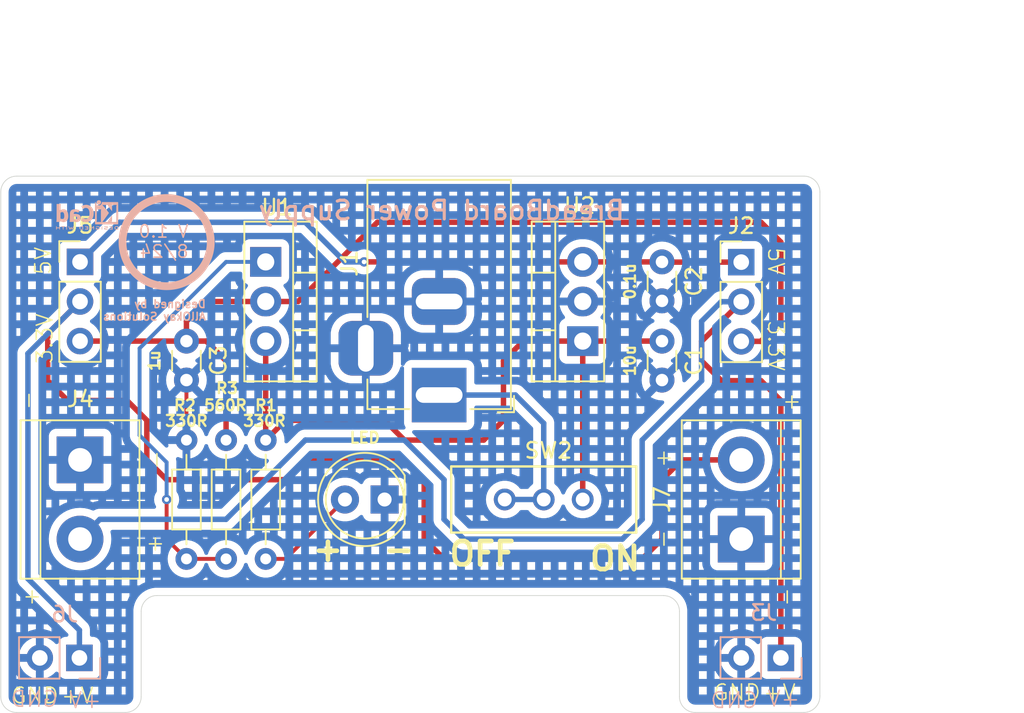
<source format=kicad_pcb>
(kicad_pcb (version 20240108) (generator "pcbnew") (generator_version "8.0")
  (title_block (title "BreadBoard Power Supply") (date "2024-08-31") (rev "0") (company "AllOkay Solutions") (comment 2 "8/24"))
  (layers (0 "F.Cu" signal) (31 "B.Cu" signal) (34 "B.Paste" user) (35 "F.Paste" user) (36 "B.SilkS" user "B.Silkscreen") (37 "F.SilkS" user "F.Silkscreen") (38 "B.Mask" user) (39 "F.Mask" user) (44 "Edge.Cuts" user))
  (property "BOARD_VERSION" "1")
  (net 0 "")
  (net 1 "GND")
  (net 2 "/+12V")
  (net 3 "/+5V")
  (net 4 "/+3.3V")
  (net 5 "Net-(D1-A)")
  (net 6 "/PWR_Input")
  (net 7 "Net-(U1-ADJ)")
  (net 8 "/PWR_Output_Top")
  (net 9 "/PWR_Output_Bot")
  (footprint "Resistor_THT:R_Axial_DIN0204_L3.6mm_D1.6mm_P7.62mm_Horizontal" (layer "F.Cu") (at 132.0125 108.76 90)
    (property "Reference" "R2" (at 9.85 -0.1 0) (layer "F.SilkS") (effects (font (size 0.7 0.7))))
    (property "Value" "560R" (at 9.85 2.5 0) (layer "F.SilkS") (effects (font (size 0.7 0.7))))
    (pad "1" thru_hole circle (at 0 0 90) (size 1.4 1.4) (drill 0.7) (layers "*.Cu" "*.Mask") (net 7 "Net-(U1-ADJ)"))
    (pad "2" thru_hole oval (at 7.62 0 90) (size 1.4 1.4) (drill 0.7) (layers "*.Cu" "*.Mask") (net 1 "GND"))
  )
  (footprint "Package_TO_SOT_THT:TO-220-3_Vertical" (layer "F.Cu") (at 137.0925 89.71 -90)
    (property "Reference" "U1" (at -3.5 -0.72 0) (layer "F.SilkS"))
    (property "Value" "LM317_TO-220" (hide yes))
    (pad "1" thru_hole rect (at 0 0 270) (size 1.905 2) (drill 1.1) (layers "*.Cu" "*.Mask") (net 7 "Net-(U1-ADJ)"))
    (pad "2" thru_hole oval (at 2.54 0 270) (size 1.905 2) (drill 1.1) (layers "*.Cu" "*.Mask") (net 4 "/+3.3V"))
    (pad "3" thru_hole oval (at 5.08 0 270) (size 1.905 2) (drill 1.1) (layers "*.Cu" "*.Mask") (net 2 "/+12V"))
  )
  (footprint "#download:SW_1218_EWI" (layer "F.Cu") (at 157.4125 104.95 -90)
    (property "Reference" "SW2" (at -3.14 2.2 0) (layer "F.SilkS"))
    (property "Value" "SW_SPDT_312" (hide yes))
    (pad "1" thru_hole circle (at 0 0 270) (size 1.397 1.397) (drill 0.889) (layers "*.Cu" "*.Mask") (net 2 "/+12V"))
    (pad "2" thru_hole circle (at 0 2.5 270) (size 1.397 1.397) (drill 0.889) (layers "*.Cu" "*.Mask") (net 6 "/PWR_Input"))
    (pad "3" thru_hole circle (at 0 5 270) (size 1.397 1.397) (drill 0.889) (layers "*.Cu" "*.Mask") (net 6 "/PWR_Input"))
  )
  (footprint "Capacitor_THT:C_Disc_D3.0mm_W1.6mm_P2.50mm" (layer "F.Cu") (at 132.0125 94.79 -90)
    (property "Reference" "C3" (at 1.25 -2.05 90) (layer "F.SilkS"))
    (property "Value" "1u" (at 1.25 2.05 90) (layer "F.SilkS") (effects (font (size 0.7 0.7))))
    (pad "1" thru_hole circle (at 0 0 270) (size 1.6 1.6) (drill 0.8) (layers "*.Cu" "*.Mask") (net 4 "/+3.3V"))
    (pad "2" thru_hole circle (at 2.5 0 270) (size 1.6 1.6) (drill 0.8) (layers "*.Cu" "*.Mask") (net 1 "GND"))
  )
  (footprint "Connector_BarrelJack:BarrelJack_Horizontal" (layer "F.Cu") (at 148.21 98.25 -90)
    (property "Reference" "J1" (at -8.45 5.75 90) (layer "F.SilkS"))
    (property "Value" "Barrel_Jack_Switch" (hide yes))
    (pad "1" thru_hole rect (at 0 0 270) (size 3.5 3.5) (drill oval 1 3) (layers "*.Cu" "*.Mask") (net 6 "/PWR_Input"))
    (pad "2" thru_hole roundrect (at -6 0 270) (size 3 3.5) (drill oval 1 3) (layers "*.Cu" "*.Mask") (net 1 "GND"))
    (pad "3" thru_hole roundrect (at -3 4.7 270) (size 3.5 3.5) (drill oval 3 1) (layers "*.Cu" "*.Mask") (net 1 "GND"))
  )
  (footprint "Connector_PinHeader_2.54mm:PinHeader_1x03_P2.54mm_Vertical" (layer "F.Cu") (at 125.1925 89.71)
    (property "Reference" "J5" (at 0 -2.33 0) (layer "F.SilkS"))
    (property "Value" "Conn_01x03_Pin" (hide yes))
    (pad "1" thru_hole rect (at 0 0) (size 1.7 1.7) (drill 1) (layers "*.Cu" "*.Mask") (net 3 "/+5V"))
    (pad "2" thru_hole oval (at 0 2.54) (size 1.7 1.7) (drill 1) (layers "*.Cu" "*.Mask") (net 9 "/PWR_Output_Bot"))
    (pad "3" thru_hole oval (at 0 5.08) (size 1.7 1.7) (drill 1) (layers "*.Cu" "*.Mask") (net 4 "/+3.3V"))
  )
  (footprint "Resistor_THT:R_Axial_DIN0204_L3.6mm_D1.6mm_P7.62mm_Horizontal" (layer "F.Cu") (at 134.5525 101.14 -90)
    (property "Reference" "R3" (at -3.33 -0.06 0) (layer "F.SilkS") (effects (font (size 0.7 0.7))))
    (property "Value" "330R" (at -1.23 2.54 0) (layer "F.SilkS") (effects (font (size 0.7 0.7))))
    (pad "1" thru_hole circle (at 0 0 270) (size 1.4 1.4) (drill 0.7) (layers "*.Cu" "*.Mask") (net 4 "/+3.3V"))
    (pad "2" thru_hole oval (at 7.62 0 270) (size 1.4 1.4) (drill 0.7) (layers "*.Cu" "*.Mask") (net 7 "Net-(U1-ADJ)"))
  )
  (footprint "Resistor_THT:R_Axial_DIN0204_L3.6mm_D1.6mm_P7.62mm_Horizontal" (layer "F.Cu") (at 137.0925 101.14 -90)
    (property "Reference" "R1" (at -2.23 -0.02 0) (layer "F.SilkS") (effects (font (size 0.7 0.7))))
    (property "Value" "330R" (at -1.23 0.08 0) (layer "F.SilkS") (effects (font (size 0.7 0.7))))
    (pad "1" thru_hole circle (at 0 0 270) (size 1.4 1.4) (drill 0.7) (layers "*.Cu" "*.Mask") (net 2 "/+12V"))
    (pad "2" thru_hole oval (at 7.62 0 270) (size 1.4 1.4) (drill 0.7) (layers "*.Cu" "*.Mask") (net 5 "Net-(D1-A)"))
  )
  (footprint "Connector_PinHeader_2.54mm:PinHeader_1x03_P2.54mm_Vertical" (layer "F.Cu") (at 167.5725 89.725)
    (property "Reference" "J2" (at 0 -2.33 0) (layer "F.SilkS"))
    (property "Value" "Conn_01x03_Pin" (hide yes))
    (pad "1" thru_hole rect (at 0 0) (size 1.7 1.7) (drill 1) (layers "*.Cu" "*.Mask") (net 3 "/+5V"))
    (pad "2" thru_hole oval (at 0 2.54) (size 1.7 1.7) (drill 1) (layers "*.Cu" "*.Mask") (net 8 "/PWR_Output_Top"))
    (pad "3" thru_hole oval (at 0 5.08) (size 1.7 1.7) (drill 1) (layers "*.Cu" "*.Mask") (net 4 "/+3.3V"))
  )
  (footprint "Capacitor_THT:C_Disc_D3.0mm_W1.6mm_P2.50mm" (layer "F.Cu") (at 162.4925 94.79 -90)
    (property "Reference" "C1" (at 1.25 -2.05 90) (layer "F.SilkS"))
    (property "Value" "10u" (at 1.25 2.05 90) (layer "F.SilkS") (effects (font (size 0.7 0.7))))
    (pad "1" thru_hole circle (at 0 0 270) (size 1.6 1.6) (drill 0.8) (layers "*.Cu" "*.Mask") (net 2 "/+12V"))
    (pad "2" thru_hole circle (at 2.5 0 270) (size 1.6 1.6) (drill 0.8) (layers "*.Cu" "*.Mask") (net 1 "GND"))
  )
  (footprint "Package_TO_SOT_THT:TO-220-3_Vertical" (layer "F.Cu") (at 157.4125 94.79 90)
    (property "Reference" "U2" (at 8.68 -0.2 0) (layer "F.SilkS"))
    (property "Value" "LM7805_TO220" (hide yes))
    (pad "1" thru_hole rect (at 0 0 90) (size 1.905 2) (drill 1.1) (layers "*.Cu" "*.Mask") (net 2 "/+12V"))
    (pad "2" thru_hole oval (at 2.54 0 90) (size 1.905 2) (drill 1.1) (layers "*.Cu" "*.Mask") (net 1 "GND"))
    (pad "3" thru_hole oval (at 5.08 0 90) (size 1.905 2) (drill 1.1) (layers "*.Cu" "*.Mask") (net 3 "/+5V"))
  )
  (footprint "Capacitor_THT:C_Disc_D3.0mm_W1.6mm_P2.50mm" (layer "F.Cu") (at 162.4925 89.71 -90)
    (property "Reference" "C2" (at 1.25 -2.05 90) (layer "F.SilkS"))
    (property "Value" "0.1u" (at 1.25 2.05 90) (layer "F.SilkS") (effects (font (size 0.7 0.7))))
    (pad "1" thru_hole circle (at 0 0 270) (size 1.6 1.6) (drill 0.8) (layers "*.Cu" "*.Mask") (net 3 "/+5V"))
    (pad "2" thru_hole circle (at 2.5 0 270) (size 1.6 1.6) (drill 0.8) (layers "*.Cu" "*.Mask") (net 1 "GND"))
  )
  (footprint "#jjlib:TerminalBlock_bornier-2_P5.08mm" (layer "F.Cu") (at 167.5725 107.49 90)
    (property "Reference" "J7" (at 2.54 -5.08 90) (layer "F.SilkS"))
    (property "Value" "Screw_Terminal_01x02" (hide yes))
    (pad "1" thru_hole rect (at 0 0 90) (size 3 3) (drill 1.52) (layers "*.Cu" "*.Mask") (net 1 "GND"))
    (pad "2" thru_hole circle (at 5.08 0 90) (size 3 3) (drill 1.52) (layers "*.Cu" "*.Mask") (net 9 "/PWR_Output_Bot"))
  )
  (footprint "#jjlib:TerminalBlock_bornier-2_P5.08mm" (layer "F.Cu") (at 125.1925 102.41 -90)
    (property "Reference" "J4" (at -3.9 -0.02 0) (layer "F.SilkS"))
    (property "Value" "Screw_Terminal_01x02" (hide yes))
    (pad "1" thru_hole rect (at 0 0 270) (size 3 3) (drill 1.52) (layers "*.Cu" "*.Mask") (net 1 "GND"))
    (pad "2" thru_hole circle (at 5.08 0 270) (size 3 3) (drill 1.52) (layers "*.Cu" "*.Mask") (net 8 "/PWR_Output_Top"))
  )
  (footprint "LED_THT:LED_D5.0mm" (layer "F.Cu") (at 144.7125 104.95 180)
    (property "Reference" "D1" (hide yes))
    (property "Value" "LED" (at 1.27 3.96 0) (layer "F.SilkS") (effects (font (size 0.7 0.7))))
    (pad "1" thru_hole rect (at 0 0 180) (size 1.8 1.8) (drill 0.9) (layers "*.Cu" "*.Mask") (net 1 "GND"))
    (pad "2" thru_hole circle (at 2.54 0 180) (size 1.8 1.8) (drill 0.9) (layers "*.Cu" "*.Mask") (net 5 "Net-(D1-A)"))
  )
  (footprint "Connector_PinHeader_2.54mm:PinHeader_1x02_P2.54mm_Vertical" (layer "B.Cu") (at 170.1125 115.11 90)
    (property "Reference" "J3" (at 2.9 -1.1 0) (layer "B.SilkS") (effects (justify mirror)))
    (property "Value" "Conn_01x02_Pin" (hide yes))
    (pad "1" thru_hole rect (at 0 0 90) (size 1.7 1.7) (drill 1) (layers "*.Cu" "*.Mask") (net 8 "/PWR_Output_Top"))
    (pad "2" thru_hole oval (at 0 -2.54 90) (size 1.7 1.7) (drill 1) (layers "*.Cu" "*.Mask") (net 1 "GND"))
  )
  (footprint "#jjlib:KiCad-Logo3_4mm" (layer "B.Cu") (at 125.6625 86.696635 180)
    (property "Reference" "G***" (hide yes))
    (property "Value" "LOGO" (hide yes))
  )
  (footprint "Connector_PinHeader_2.54mm:PinHeader_1x02_P2.54mm_Vertical" (layer "B.Cu") (at 125.1525 115.11 90)
    (property "Reference" "J6" (at 2.8 -0.94 0) (layer "B.SilkS") (effects (justify mirror)))
    (property "Value" "Conn_01x02_Pin" (hide yes))
    (pad "1" thru_hole rect (at 0 0 90) (size 1.7 1.7) (drill 1) (layers "*.Cu" "*.Mask") (net 9 "/PWR_Output_Bot"))
    (pad "2" thru_hole oval (at 0 -2.54 90) (size 1.7 1.7) (drill 1) (layers "*.Cu" "*.Mask") (net 1 "GND"))
  )
  (gr_circle (center 130.7425 88.44) (end 130.7425 91.268427) (stroke (width 0.5)) (fill none) (layer "B.SilkS"))
  (gr_arc (start 164.6285 118.61) (mid 163.91008 118.31242) (end 163.6125 117.594) (stroke (width 0.05)) (layer "Edge.Cuts"))
  (gr_line (start 129.1125 117.594) (end 129.1125 112.126) (stroke (width 0.05)) (layer "Edge.Cuts"))
  (gr_line (start 172.6125 117.55) (end 172.6125 85.226) (stroke (width 0.05)) (layer "Edge.Cuts"))
  (gr_arc (start 172.6125 117.55) (mid 172.324033 118.29042) (end 171.5965 118.61) (stroke (width 0.05)) (layer "Edge.Cuts"))
  (gr_arc (start 171.5965 84.21) (mid 172.31492 84.50758) (end 172.6125 85.226) (stroke (width 0.05)) (layer "Edge.Cuts"))
  (gr_line (start 162.6025 111.11) (end 130.1285 111.11) (stroke (width 0.05)) (layer "Edge.Cuts"))
  (gr_arc (start 162.6025 111.116) (mid 163.316678 111.411822) (end 163.6125 112.126) (stroke (width 0.05)) (layer "Edge.Cuts"))
  (gr_line (start 163.6125 117.594) (end 163.6125 112.126) (stroke (width 0.05)) (layer "Edge.Cuts"))
  (gr_arc (start 129.1125 117.594) (mid 128.81492 118.31242) (end 128.0965 118.61) (stroke (width 0.05)) (layer "Edge.Cuts"))
  (gr_arc (start 121.1285 118.61) (mid 120.41008 118.31242) (end 120.1125 117.594) (stroke (width 0.05)) (layer "Edge.Cuts"))
  (gr_arc (start 129.1125 112.126) (mid 129.41008 111.40758) (end 130.1285 111.11) (stroke (width 0.05)) (layer "Edge.Cuts"))
  (gr_line (start 120.1125 117.594) (end 120.1125 85.226) (stroke (width 0.05)) (layer "Edge.Cuts"))
  (gr_line (start 121.1285 118.61) (end 128.0965 118.61) (stroke (width 0.05)) (layer "Edge.Cuts"))
  (gr_line (start 121.1285 84.21) (end 171.5965 84.21) (stroke (width 0.05)) (layer "Edge.Cuts"))
  (gr_arc (start 120.1125 85.226) (mid 120.41008 84.50758) (end 121.1285 84.21) (stroke (width 0.05)) (layer "Edge.Cuts"))
  (gr_line (start 171.5965 118.61) (end 164.6285 118.61) (stroke (width 0.05)) (layer "Edge.Cuts"))
  (gr_text "GND" (at 120.6725 118.33 0) (layer "B.SilkS") (effects (font (size 1 1) (thickness 0.1)) (justify right bottom mirror)))
  (gr_text "Designed by\n${COMPANY}" (at 133.3125 93.51 0) (layer "B.SilkS") (effects (font (size 0.5 0.5) (thickness 0.1)) (justify left bottom mirror)))
  (gr_text "V ${BOARD_VERSION}.${REVISION}\n${COMMENT2}" (at 132.2125 89.51 0) (layer "B.SilkS") (effects (font (size 0.8 0.8) (thickness 0.1)) (justify left bottom mirror)))
  (gr_text "+V" (at 124.4125 118.41 0) (layer "B.SilkS") (effects (font (size 1 1) (thickness 0.1)) (justify right bottom mirror)))
  (gr_text "+V" (at 171.4125 118.31 0) (layer "B.SilkS") (effects (font (size 1 1) (thickness 0.1)) (justify left bottom mirror)))
  (gr_text "${TITLE}" (at 160.2125 87.11 0) (layer "B.SilkS") (effects (font (size 1.2 1.2) (thickness 0.2) (bold yes)) (justify left bottom mirror)))
  (gr_text "GND" (at 168.7125 118.41 0) (layer "B.SilkS") (effects (font (size 1 1) (thickness 0.1)) (justify left bottom mirror)))
  (gr_text "5V" (at 123.4125 90.61 90) (layer "F.SilkS") (effects (font (size 1 1) (thickness 0.1)) (justify left bottom)))
  (gr_text "ON" (at 157.7125 109.61 0) (layer "F.SilkS") (effects (font (size 1.5 1.5) (thickness 0.3) (bold yes)) (justify left bottom)))
  (gr_text "+" (at 129.5125 107.11 -90) (layer "F.SilkS") (effects (font (size 1 1) (thickness 0.1)) (justify left bottom)))
  (gr_text "+V" (at 123.9125 118.11 0) (layer "F.SilkS") (effects (font (size 1 1) (thickness 0.1)) (justify left bottom)))
  (gr_text "GND" (at 120.7125 118.11 0) (layer "F.SilkS") (effects (font (size 1 1) (thickness 0.1)) (justify left bottom)))
  (gr_text "3.3V" (at 169.2125 93.41 -90) (layer "F.SilkS") (effects (font (size 1 1) (thickness 0.1)) (justify left bottom)))
  (gr_text "+" (at 162.1125 101.61 -90) (layer "F.SilkS") (effects (font (size 1 1) (thickness 0.1)) (justify left bottom)))
  (gr_text "3.3V" (at 123.5125 96.31 90) (layer "F.SilkS") (effects (font (size 1 1) (thickness 0.1)) (justify left bottom)))
  (gr_text "+" (at 121.6125 110.51 -90) (layer "F.SilkS") (effects (font (size 1 1) (thickness 0.1)) (justify left bottom)))
  (gr_text "+" (at 140.3125 107.11 -90) (layer "F.SilkS") (effects (font (size 1.5 1.5) (thickness 0.3) (bold yes)) (justify left bottom)))
  (gr_text "-\n" (at 162.1125 106.81 -90) (layer "F.SilkS") (effects (font (size 1 1) (thickness 0.1)) (justify left bottom)))
  (gr_text "5V" (at 169.2125 88.71 -90) (layer "F.SilkS") (effects (font (size 1 1) (thickness 0.1)) (justify left bottom)))
  (gr_text "-" (at 144.5125 109.01 0) (layer "F.SilkS") (effects (font (size 1.5 1.5) (thickness 0.3) (bold yes)) (justify left bottom)))
  (gr_text "-\n" (at 170.0125 110.51 -90) (layer "F.SilkS") (effects (font (size 1 1) (thickness 0.1)) (justify left bottom)))
  (gr_text "-\n" (at 121.4125 97.91 -90) (layer "F.SilkS") (effects (font (size 1 1) (thickness 0.1)) (justify left bottom)))
  (gr_text "+" (at 170.3125 98.01 -90) (layer "F.SilkS") (effects (font (size 1 1) (thickness 0.1)) (justify left bottom)))
  (gr_text "OFF" (at 148.7125 109.31 0) (layer "F.SilkS") (effects (font (size 1.5 1.5) (thickness 0.3) (bold yes)) (justify left bottom)))
  (gr_text "GND" (at 165.7125 117.91 0) (layer "F.SilkS") (effects (font (size 1 1) (thickness 0.1)) (justify left bottom)))
  (gr_text "+V" (at 168.9125 117.91 0) (layer "F.SilkS") (effects (font (size 1 1) (thickness 0.1)) (justify left bottom)))
  (gr_text "-\n" (at 129.6125 101.71 -90) (layer "F.SilkS") (effects (font (size 1 1) (thickness 0.1)) (justify left bottom)))
  (segment (start 132.0125 97.29) (end 132.0125 101.14) (width 0.25) (layer "F.Cu") (net 1))
  (segment (start 152.3325 99.87) (end 151.0625 101.14) (width 0.35) (layer "F.Cu") (net 2))
  (segment (start 138.3625 99.87) (end 137.0925 101.14) (width 0.35) (layer "F.Cu") (net 2))
  (segment (start 144.7125 99.87) (end 138.3625 99.87) (width 0.35) (layer "F.Cu") (net 2))
  (segment (start 153.6025 94.79) (end 152.3325 96.06) (width 0.35) (layer "F.Cu") (net 2))
  (segment (start 157.4125 94.79) (end 162.4925 94.79) (width 0.35) (layer "F.Cu") (net 2))
  (segment (start 157.4125 94.79) (end 153.6025 94.79) (width 0.35) (layer "F.Cu") (net 2))
  (segment (start 152.3325 96.06) (end 152.3325 99.87) (width 0.35) (layer "F.Cu") (net 2))
  (segment (start 157.4125 104.95) (end 157.4125 94.79) (width 0.35) (layer "F.Cu") (net 2))
  (segment (start 145.9825 101.14) (end 144.7125 99.87) (width 0.35) (layer "F.Cu") (net 2))
  (segment (start 151.0625 101.14) (end 145.9825 101.14) (width 0.35) (layer "F.Cu") (net 2))
  (segment (start 137.0925 94.79) (end 137.0925 101.14) (width 0.35) (layer "F.Cu") (net 2))
  (segment (start 167.5725 89.725) (end 162.5075 89.725) (width 0.35) (layer "F.Cu") (net 3))
  (segment (start 157.4125 89.71) (end 145.9825 89.71) (width 0.35) (layer "F.Cu") (net 3))
  (segment (start 162.5075 89.725) (end 162.4925 89.71) (width 0.35) (layer "F.Cu") (net 3))
  (segment (start 162.4925 89.71) (end 157.4125 89.71) (width 0.35) (layer "F.Cu") (net 3))
  (segment (start 145.9825 89.71) (end 143.398358 89.709498) (width 0.35) (layer "F.Cu") (net 3))
  (via (at 143.398358 89.709498) (size 0.6) (drill 0.3) (layers "F.Cu" "B.Cu") (net 3))
  (segment (start 127.7325 87.17) (end 125.1925 89.71) (width 0.35) (layer "B.Cu") (net 3))
  (segment (start 142.1725 89.71) (end 143.397856 89.71) (width 0.35) (layer "B.Cu") (net 3))
  (segment (start 143.397856 89.71) (end 143.398358 89.709498) (width 0.35) (layer "B.Cu") (net 3))
  (segment (start 139.6325 87.17) (end 127.7325 87.17) (width 0.35) (layer "B.Cu") (net 3))
  (segment (start 142.1725 89.71) (end 139.6325 87.17) (width 0.35) (layer "B.Cu") (net 3))
  (segment (start 168.8275 94.805) (end 170.1125 93.52) (width 0.35) (layer "F.Cu") (net 4))
  (segment (start 132.0125 94.79) (end 133.2825 94.79) (width 0.35) (layer "F.Cu") (net 4))
  (segment (start 167.5725 94.805) (end 168.8275 94.805) (width 0.35) (layer "F.Cu") (net 4))
  (segment (start 132.0125 93.52) (end 133.2825 92.25) (width 0.35) (layer "F.Cu") (net 4))
  (segment (start 170.1125 88.44) (end 168.8425 87.17) (width 0.35) (layer "F.Cu") (net 4))
  (segment (start 144.250175 87.17) (end 139.170175 92.25) (width 0.35) (layer "F.Cu") (net 4))
  (segment (start 170.1125 93.52) (end 170.1125 88.44) (width 0.35) (layer "F.Cu") (net 4))
  (segment (start 132.0125 94.79) (end 132.0125 93.52) (width 0.35) (layer "F.Cu") (net 4))
  (segment (start 139.170175 92.25) (end 137.0925 92.25) (width 0.35) (layer "F.Cu") (net 4))
  (segment (start 133.2825 92.25) (end 137.0925 92.25) (width 0.35) (layer "F.Cu") (net 4))
  (segment (start 168.8425 87.17) (end 144.250175 87.17) (width 0.35) (layer "F.Cu") (net 4))
  (segment (start 133.2825 94.79) (end 134.5525 96.06) (width 0.35) (layer "F.Cu") (net 4))
  (segment (start 125.1925 94.79) (end 132.0125 94.79) (width 0.35) (layer "F.Cu") (net 4))
  (segment (start 134.5525 96.06) (end 134.5525 101.14) (width 0.35) (layer "F.Cu") (net 4))
  (segment (start 142.1725 104.95) (end 138.3625 108.76) (width 0.25) (layer "F.Cu") (net 5))
  (segment (start 138.3625 108.76) (end 137.0925 108.76) (width 0.25) (layer "F.Cu") (net 5))
  (segment (start 148.21 98.25) (end 153.09878 98.25) (width 0.35) (layer "B.Cu") (net 6))
  (segment (start 154.9125 104.95) (end 152.4125 104.95) (width 0.35) (layer "B.Cu") (net 6))
  (segment (start 153.09878 98.25) (end 154.9125 100.06372) (width 0.35) (layer "B.Cu") (net 6))
  (segment (start 154.9125 100.06372) (end 154.9125 104.95) (width 0.35) (layer "B.Cu") (net 6))
  (segment (start 130.7425 107.49) (end 132.0125 108.76) (width 0.25) (layer "F.Cu") (net 7))
  (segment (start 132.0125 108.76) (end 134.5525 108.76) (width 0.25) (layer "F.Cu") (net 7))
  (segment (start 130.7425 104.95) (end 130.7425 107.49) (width 0.25) (layer "F.Cu") (net 7))
  (via (at 130.7425 104.95) (size 0.6) (drill 0.3) (layers "F.Cu" "B.Cu") (net 7))
  (segment (start 130.7425 102.56372) (end 129.010175 100.831395) (width 0.25) (layer "B.Cu") (net 7))
  (segment (start 130.7425 104.95) (end 130.7425 102.56372) (width 0.25) (layer "B.Cu") (net 7))
  (segment (start 129.010175 100.831395) (end 129.010175 95.252325) (width 0.25) (layer "B.Cu") (net 7))
  (segment (start 129.010175 95.252325) (end 134.5525 89.71) (width 0.25) (layer "B.Cu") (net 7))
  (segment (start 134.5525 89.71) (end 137.0925 89.71) (width 0.25) (layer "B.Cu") (net 7))
  (segment (start 166.3025 97.33) (end 168.8425 97.33) (width 0.35) (layer "F.Cu") (net 8))
  (segment (start 165.0325 96.06) (end 166.3025 97.33) (width 0.35) (layer "F.Cu") (net 8))
  (segment (start 167.5725 92.265) (end 165.0475 94.79) (width 0.35) (layer "F.Cu") (net 8))
  (segment (start 165.0325 94.79) (end 165.0325 96.06) (width 0.35) (layer "F.Cu") (net 8))
  (segment (start 168.8425 97.33) (end 170.1125 98.6) (width 0.35) (layer "F.Cu") (net 8))
  (segment (start 165.0475 94.79) (end 165.0325 94.79) (width 0.35) (layer "F.Cu") (net 8))
  (segment (start 170.1125 98.6) (end 170.1125 115.11) (width 0.35) (layer "F.Cu") (net 8))
  (segment (start 166.2875 92.265) (end 167.5725 92.265) (width 0.35) (layer "B.Cu") (net 8))
  (segment (start 139.6325 101.14) (end 145.9825 101.14) (width 0.35) (layer "B.Cu") (net 8))
  (segment (start 161.2225 101.14) (end 161.2225 106.22) (width 0.35) (layer "B.Cu") (net 8))
  (segment (start 165.0325 97.33) (end 161.2225 101.14) (width 0.35) (layer "B.Cu") (net 8))
  (segment (start 148.5225 103.68) (end 148.5225 106.22) (width 0.35) (layer "B.Cu") (net 8))
  (segment (start 139.6325 101.14) (end 134.5525 106.22) (width 0.35) (layer "B.Cu") (net 8))
  (segment (start 145.9825 101.14) (end 148.5225 103.68) (width 0.35) (layer "B.Cu") (net 8))
  (segment (start 159.9525 107.49) (end 161.2225 106.22) (width 0.35) (layer "B.Cu") (net 8))
  (segment (start 148.5225 106.22) (end 149.7925 107.49) (width 0.35) (layer "B.Cu") (net 8))
  (segment (start 165.0325 93.52) (end 166.2875 92.265) (width 0.35) (layer "B.Cu") (net 8))
  (segment (start 126.4625 106.22) (end 125.1925 107.49) (width 0.35) (layer "B.Cu") (net 8))
  (segment (start 149.7925 107.49) (end 159.9525 107.49) (width 0.35) (layer "B.Cu") (net 8))
  (segment (start 134.5525 106.22) (end 126.4625 106.22) (width 0.35) (layer "B.Cu") (net 8))
  (segment (start 165.0325 97.33) (end 165.0325 93.52) (width 0.35) (layer "B.Cu") (net 8))
  (segment (start 123.1225 97.33) (end 124.3925 98.6) (width 0.35) (layer "F.Cu") (net 9))
  (segment (start 139.6325 102.41) (end 145.9825 102.41) (width 0.35) (layer "F.Cu") (net 9))
  (segment (start 123.1225 97.33) (end 123.1225 94.32) (width 0.35) (layer "F.Cu") (net 9))
  (segment (start 147.2525 107.49) (end 148.5225 108.76) (width 0.35) (layer "F.Cu") (net 9))
  (segment (start 129.4725 102.41) (end 130.7425 103.68) (width 0.35) (layer "F.Cu") (net 9))
  (segment (start 161.2225 108.76) (end 162.4925 107.49) (width 0.35) (layer "F.Cu") (net 9))
  (segment (start 162.4925 103.68) (end 163.7625 102.41) (width 0.35) (layer "F.Cu") (net 9))
  (segment (start 148.5225 108.76) (end 161.2225 108.76) (width 0.35) (layer "F.Cu") (net 9))
  (segment (start 123.1225 94.32) (end 125.1925 92.25) (width 0.35) (layer "F.Cu") (net 9))
  (segment (start 128.2025 98.6) (end 124.3925 98.6) (width 0.35) (layer "F.Cu") (net 9))
  (segment (start 138.3625 103.68) (end 139.6325 102.41) (width 0.35) (layer "F.Cu") (net 9))
  (segment (start 129.4725 99.87) (end 128.2025 98.6) (width 0.35) (layer "F.Cu") (net 9))
  (segment (start 145.9825 102.41) (end 147.2525 103.68) (width 0.35) (layer "F.Cu") (net 9))
  (segment (start 129.4725 102.41) (end 129.4725 99.87) (width 0.35) (layer "F.Cu") (net 9))
  (segment (start 163.7625 102.41) (end 167.5725 102.41) (width 0.35) (layer "F.Cu") (net 9))
  (segment (start 130.7425 103.68) (end 138.3625 103.68) (width 0.35) (layer "F.Cu") (net 9))
  (segment (start 147.2525 103.68) (end 147.2525 107.49) (width 0.35) (layer "F.Cu") (net 9))
  (segment (start 162.4925 107.49) (end 162.4925 103.68) (width 0.35) (layer "F.Cu") (net 9))
  (segment (start 121.8525 110.03) (end 121.8525 95.59) (width 0.35) (layer "B.Cu") (net 9))
  (segment (start 121.8525 95.59) (end 125.1925 92.25) (width 0.35) (layer "B.Cu") (net 9))
  (segment (start 125.1525 113.33) (end 121.8525 110.03) (width 0.35) (layer "B.Cu") (net 9))
  (segment (start 125.1525 115.11) (end 125.1525 113.33) (width 0.35) (layer "B.Cu") (net 9))
  (zone (net 1) (net_name "GND") (layer "B.Cu") (connect_pads (clearance 0.5)) (min_thickness 0.25) (fill yes (mode hatch) (thermal_gap 0.5) (thermal_bridge_width 0.5) (hatch_thickness 0.5) (hatch_gap 0.5) (hatch_orientation 0) (hatch_border_algorithm hatch_thickness) (hatch_min_hole_area 0.3))
    (polygon (pts (xy 172.4125 118.41) (xy 172.4125 84.41) (xy 120.9125 84.41) (xy 120.4125 84.91) (xy 120.4125 117.91) (xy 120.9125 118.41) (xy 128.9125 118.41) (xy 129.9125 117.41) (xy 129.9125 110.91) (xy 162.9125 110.91) (xy 163.9125 111.91) (xy 163.9125 118.41)))
  )
)
</source>
